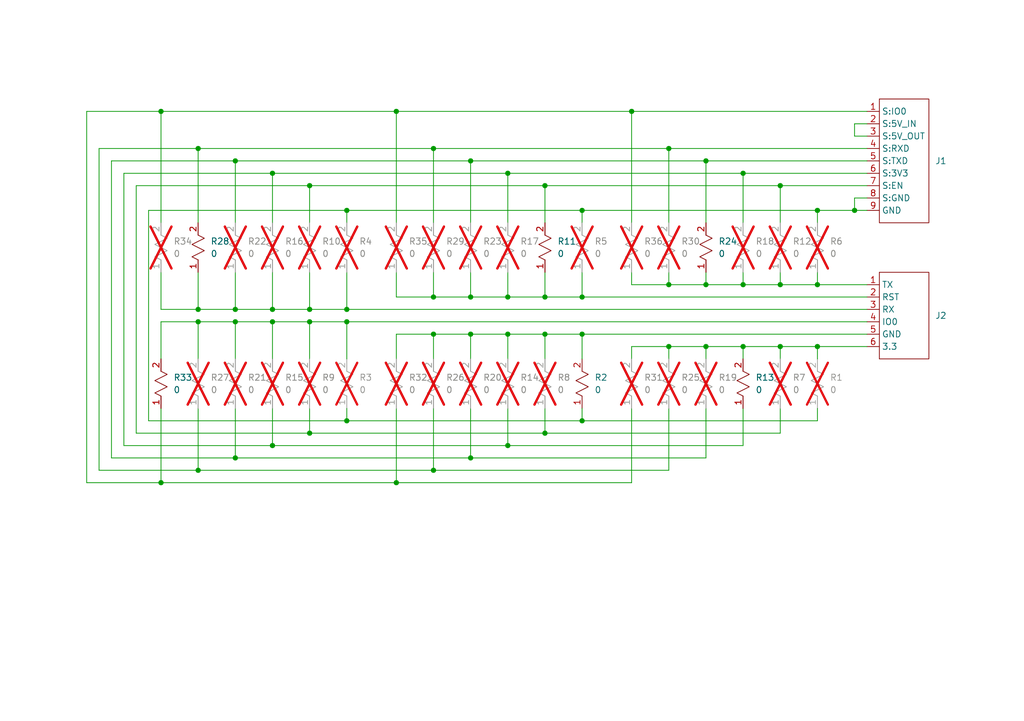
<source format=kicad_sch>
(kicad_sch (version 20230121) (generator eeschema)
  (paper "A5")
  (lib_symbols
    (symbol "zandmd:CF25081D0R0-10-NH"
      (property "Reference" "J" (at 0 0 0))
      (symbol "CF25081D0R0-10-NH_0_1"
        (rectangle (start 2.54 25.4) (end 12.7 0))
      )
      (symbol "CF25081D0R0-10-NH_1_1"
        (pin unspecified line (at 0 22.86 0) (length 2.54) (name "P1") (number "1") (alternate "S:IO0" open_collector line))
        (pin unspecified line (at 0 20.32 0) (length 2.54) (name "P2") (number "2") (alternate "S:5V_IN" power_out line))
        (pin unspecified line (at 0 17.78 0) (length 2.54) (name "P3") (number "3") (alternate "S:5V_OUT" power_in line))
        (pin unspecified line (at 0 15.24 0) (length 2.54) (name "P4") (number "4") (alternate "S:RXD" output line))
        (pin unspecified line (at 0 12.7 0) (length 2.54) (name "P5") (number "5") (alternate "S:TXD" input line))
        (pin unspecified line (at 0 10.16 0) (length 2.54) (name "P6") (number "6") (alternate "S:3V3" power_out line))
        (pin unspecified line (at 0 7.62 0) (length 2.54) (name "P7") (number "7") (alternate "S:EN" open_collector line))
        (pin unspecified line (at 0 5.08 0) (length 2.54) (name "P8") (number "8") (alternate "S:GND" passive line))
        (pin passive line (at 0 2.54 0) (length 2.54) (name "GND") (number "9"))
      )
    )
    (symbol "zandmd:PH2-06-UA"
      (property "Reference" "J" (at 0 0 0))
      (symbol "PH2-06-UA_0_1"
        (rectangle (start 2.54 17.78) (end 12.7 0))
      )
      (symbol "PH2-06-UA_1_1"
        (pin unspecified line (at 0 15.24 0) (length 2.54) (name "P1") (number "1") (alternate "TX" output line))
        (pin unspecified line (at 0 12.7 0) (length 2.54) (name "P2") (number "2") (alternate "RST" input line))
        (pin unspecified line (at 0 10.16 0) (length 2.54) (name "P3") (number "3") (alternate "RX" input line))
        (pin unspecified line (at 0 7.62 0) (length 2.54) (name "P4") (number "4") (alternate "IO0" input line))
        (pin unspecified line (at 0 5.08 0) (length 2.54) (name "P5") (number "5") (alternate "GND" passive line))
        (pin unspecified line (at 0 2.54 0) (length 2.54) (name "P6") (number "6") (alternate "3.3" power_in line))
      )
    )
    (symbol "zandmd:RESISTOR" (pin_names (offset 0))
      (property "Reference" "R" (at 0 0 0))
      (property "Value" "R" (at 0 0 0))
      (symbol "RESISTOR_0_1"
        (polyline (pts (xy 2.54 0) (xy 3.175 1.27) (xy 4.445 -1.27) (xy 5.715 1.27) (xy 6.985 -1.27) (xy 7.62 0)))
      )
      (symbol "RESISTOR_1_1"
        (pin passive line (at 0 0 0) (length 2.54) (name "") (number "1"))
        (pin passive line (at 10.16 0 180) (length 2.54) (name "") (number "2"))
      )
    )
  )
  (junction (at 104.14 60.96))
  (junction (at 81.28 99.06))
  (junction (at 167.64 71.12))
  (junction (at 129.54 22.86))
  (junction (at 104.14 68.58))
  (junction (at 33.02 22.86))
  (junction (at 63.5 63.5))
  (junction (at 48.26 33.02))
  (junction (at 88.9 60.96))
  (junction (at 152.4 35.56))
  (junction (at 167.64 43.18))
  (junction (at 88.9 30.48))
  (junction (at 48.26 63.5))
  (junction (at 40.64 30.48))
  (junction (at 48.26 66.04))
  (junction (at 111.76 60.96))
  (junction (at 104.14 35.56))
  (junction (at 167.64 58.42))
  (junction (at 40.64 96.52))
  (junction (at 160.02 38.1))
  (junction (at 137.16 71.12))
  (junction (at 40.64 63.5))
  (junction (at 160.02 71.12))
  (junction (at 144.78 71.12))
  (junction (at 144.78 33.02))
  (junction (at 96.52 33.02))
  (junction (at 104.14 91.44))
  (junction (at 88.9 68.58))
  (junction (at 63.5 38.1))
  (junction (at 137.16 58.42))
  (junction (at 63.5 88.9))
  (junction (at 119.38 86.36))
  (junction (at 144.78 58.42))
  (junction (at 96.52 68.58))
  (junction (at 55.88 91.44))
  (junction (at 55.88 35.56))
  (junction (at 111.76 68.58))
  (junction (at 81.28 22.86))
  (junction (at 71.12 43.18))
  (junction (at 96.52 93.98))
  (junction (at 111.76 88.9))
  (junction (at 63.5 66.04))
  (junction (at 71.12 86.36))
  (junction (at 119.38 43.18))
  (junction (at 48.26 93.98))
  (junction (at 175.26 43.18))
  (junction (at 55.88 63.5))
  (junction (at 88.9 96.52))
  (junction (at 137.16 30.48))
  (junction (at 111.76 38.1))
  (junction (at 119.38 60.96))
  (junction (at 71.12 63.5))
  (junction (at 55.88 66.04))
  (junction (at 71.12 66.04))
  (junction (at 33.02 99.06))
  (junction (at 152.4 71.12))
  (junction (at 152.4 58.42))
  (junction (at 96.52 60.96))
  (junction (at 160.02 58.42))
  (junction (at 119.38 68.58))
  (junction (at 40.64 66.04))
  (wire (pts (xy 48.26 66.04) (xy 48.26 73.66)))
  (wire (pts (xy 96.52 33.02) (xy 96.52 45.72)))
  (wire (pts (xy 33.02 63.5) (xy 33.02 55.88)))
  (wire (pts (xy 111.76 68.58) (xy 104.14 68.58)))
  (wire (pts (xy 81.28 22.86) (xy 81.28 45.72)))
  (wire (pts (xy 104.14 91.44) (xy 104.14 83.82)))
  (wire (pts (xy 167.64 58.42) (xy 160.02 58.42)))
  (wire (pts (xy 119.38 43.18) (xy 71.12 43.18)))
  (wire (pts (xy 48.26 33.02) (xy 22.86 33.02)))
  (wire (pts (xy 152.4 35.56) (xy 104.14 35.56)))
  (wire (pts (xy 129.54 71.12) (xy 129.54 73.66)))
  (wire (pts (xy 96.52 68.58) (xy 96.52 73.66)))
  (wire (pts (xy 81.28 22.86) (xy 33.02 22.86)))
  (wire (pts (xy 71.12 63.5) (xy 63.5 63.5)))
  (wire (pts (xy 48.26 63.5) (xy 48.26 55.88)))
  (wire (pts (xy 111.76 60.96) (xy 104.14 60.96)))
  (wire (pts (xy 55.88 91.44) (xy 55.88 83.82)))
  (wire (pts (xy 111.76 60.96) (xy 111.76 55.88)))
  (wire (pts (xy 167.64 71.12) (xy 160.02 71.12)))
  (wire (pts (xy 88.9 96.52) (xy 137.16 96.52)))
  (wire (pts (xy 111.76 38.1) (xy 111.76 45.72)))
  (wire (pts (xy 63.5 66.04) (xy 55.88 66.04)))
  (wire (pts (xy 104.14 35.56) (xy 55.88 35.56)))
  (wire (pts (xy 96.52 60.96) (xy 96.52 55.88)))
  (wire (pts (xy 96.52 68.58) (xy 88.9 68.58)))
  (wire (pts (xy 177.8 35.56) (xy 152.4 35.56)))
  (wire (pts (xy 88.9 96.52) (xy 88.9 83.82)))
  (wire (pts (xy 104.14 60.96) (xy 104.14 55.88)))
  (wire (pts (xy 167.64 43.18) (xy 119.38 43.18)))
  (wire (pts (xy 111.76 68.58) (xy 111.76 73.66)))
  (wire (pts (xy 119.38 43.18) (xy 119.38 45.72)))
  (wire (pts (xy 177.8 71.12) (xy 167.64 71.12)))
  (wire (pts (xy 40.64 96.52) (xy 40.64 83.82)))
  (wire (pts (xy 33.02 22.86) (xy 17.78 22.86)))
  (wire (pts (xy 119.38 86.36) (xy 119.38 83.82)))
  (wire (pts (xy 40.64 96.52) (xy 88.9 96.52)))
  (wire (pts (xy 137.16 96.52) (xy 137.16 83.82)))
  (wire (pts (xy 40.64 63.5) (xy 40.64 55.88)))
  (wire (pts (xy 48.26 66.04) (xy 40.64 66.04)))
  (wire (pts (xy 63.5 66.04) (xy 63.5 73.66)))
  (wire (pts (xy 160.02 71.12) (xy 152.4 71.12)))
  (wire (pts (xy 177.8 22.86) (xy 129.54 22.86)))
  (wire (pts (xy 137.16 30.48) (xy 88.9 30.48)))
  (wire (pts (xy 104.14 68.58) (xy 104.14 73.66)))
  (wire (pts (xy 160.02 38.1) (xy 111.76 38.1)))
  (wire (pts (xy 88.9 60.96) (xy 88.9 55.88)))
  (wire (pts (xy 22.86 33.02) (xy 22.86 93.98)))
  (wire (pts (xy 63.5 88.9) (xy 111.76 88.9)))
  (wire (pts (xy 63.5 38.1) (xy 27.94 38.1)))
  (wire (pts (xy 40.64 63.5) (xy 33.02 63.5)))
  (wire (pts (xy 30.48 86.36) (xy 71.12 86.36)))
  (wire (pts (xy 144.78 58.42) (xy 137.16 58.42)))
  (wire (pts (xy 48.26 93.98) (xy 96.52 93.98)))
  (wire (pts (xy 111.76 88.9) (xy 111.76 83.82)))
  (wire (pts (xy 167.64 58.42) (xy 167.64 55.88)))
  (wire (pts (xy 55.88 91.44) (xy 104.14 91.44)))
  (wire (pts (xy 144.78 71.12) (xy 144.78 73.66)))
  (wire (pts (xy 33.02 22.86) (xy 33.02 45.72)))
  (wire (pts (xy 152.4 71.12) (xy 144.78 71.12)))
  (wire (pts (xy 177.8 33.02) (xy 144.78 33.02)))
  (wire (pts (xy 71.12 86.36) (xy 71.12 83.82)))
  (wire (pts (xy 88.9 60.96) (xy 81.28 60.96)))
  (wire (pts (xy 30.48 43.18) (xy 30.48 86.36)))
  (wire (pts (xy 40.64 30.48) (xy 40.64 45.72)))
  (wire (pts (xy 137.16 58.42) (xy 129.54 58.42)))
  (wire (pts (xy 33.02 99.06) (xy 81.28 99.06)))
  (wire (pts (xy 177.8 25.4) (xy 175.26 25.4)))
  (wire (pts (xy 71.12 66.04) (xy 71.12 73.66)))
  (wire (pts (xy 55.88 35.56) (xy 25.4 35.56)))
  (wire (pts (xy 20.32 30.48) (xy 20.32 96.52)))
  (wire (pts (xy 129.54 22.86) (xy 81.28 22.86)))
  (wire (pts (xy 167.64 71.12) (xy 167.64 73.66)))
  (wire (pts (xy 175.26 25.4) (xy 175.26 27.94)))
  (wire (pts (xy 71.12 43.18) (xy 30.48 43.18)))
  (wire (pts (xy 177.8 38.1) (xy 160.02 38.1)))
  (wire (pts (xy 119.38 60.96) (xy 111.76 60.96)))
  (wire (pts (xy 96.52 33.02) (xy 48.26 33.02)))
  (wire (pts (xy 63.5 63.5) (xy 63.5 55.88)))
  (wire (pts (xy 81.28 99.06) (xy 81.28 83.82)))
  (wire (pts (xy 17.78 99.06) (xy 33.02 99.06)))
  (wire (pts (xy 144.78 33.02) (xy 144.78 45.72)))
  (wire (pts (xy 33.02 99.06) (xy 33.02 83.82)))
  (wire (pts (xy 81.28 99.06) (xy 129.54 99.06)))
  (wire (pts (xy 137.16 71.12) (xy 129.54 71.12)))
  (wire (pts (xy 55.88 35.56) (xy 55.88 45.72)))
  (wire (pts (xy 152.4 91.44) (xy 152.4 83.82)))
  (wire (pts (xy 71.12 86.36) (xy 119.38 86.36)))
  (wire (pts (xy 177.8 30.48) (xy 137.16 30.48)))
  (wire (pts (xy 96.52 60.96) (xy 88.9 60.96)))
  (wire (pts (xy 40.64 66.04) (xy 40.64 73.66)))
  (wire (pts (xy 40.64 66.04) (xy 33.02 66.04)))
  (wire (pts (xy 111.76 88.9) (xy 160.02 88.9)))
  (wire (pts (xy 27.94 88.9) (xy 63.5 88.9)))
  (wire (pts (xy 81.28 60.96) (xy 81.28 55.88)))
  (wire (pts (xy 111.76 38.1) (xy 63.5 38.1)))
  (wire (pts (xy 160.02 58.42) (xy 152.4 58.42)))
  (wire (pts (xy 71.12 66.04) (xy 63.5 66.04)))
  (wire (pts (xy 33.02 66.04) (xy 33.02 73.66)))
  (wire (pts (xy 175.26 43.18) (xy 167.64 43.18)))
  (wire (pts (xy 96.52 93.98) (xy 96.52 83.82)))
  (wire (pts (xy 55.88 63.5) (xy 48.26 63.5)))
  (wire (pts (xy 104.14 35.56) (xy 104.14 45.72)))
  (wire (pts (xy 27.94 38.1) (xy 27.94 88.9)))
  (wire (pts (xy 160.02 88.9) (xy 160.02 83.82)))
  (wire (pts (xy 177.8 60.96) (xy 119.38 60.96)))
  (wire (pts (xy 144.78 71.12) (xy 137.16 71.12)))
  (wire (pts (xy 152.4 58.42) (xy 144.78 58.42)))
  (wire (pts (xy 129.54 58.42) (xy 129.54 55.88)))
  (wire (pts (xy 137.16 71.12) (xy 137.16 73.66)))
  (wire (pts (xy 167.64 43.18) (xy 167.64 45.72)))
  (wire (pts (xy 137.16 58.42) (xy 137.16 55.88)))
  (wire (pts (xy 144.78 58.42) (xy 144.78 55.88)))
  (wire (pts (xy 22.86 93.98) (xy 48.26 93.98)))
  (wire (pts (xy 63.5 38.1) (xy 63.5 45.72)))
  (wire (pts (xy 48.26 33.02) (xy 48.26 45.72)))
  (wire (pts (xy 71.12 63.5) (xy 71.12 55.88)))
  (wire (pts (xy 177.8 63.5) (xy 71.12 63.5)))
  (wire (pts (xy 25.4 91.44) (xy 55.88 91.44)))
  (wire (pts (xy 160.02 58.42) (xy 160.02 55.88)))
  (wire (pts (xy 175.26 27.94) (xy 177.8 27.94)))
  (wire (pts (xy 119.38 68.58) (xy 111.76 68.58)))
  (wire (pts (xy 88.9 30.48) (xy 40.64 30.48)))
  (wire (pts (xy 175.26 43.18) (xy 177.8 43.18)))
  (wire (pts (xy 177.8 68.58) (xy 119.38 68.58)))
  (wire (pts (xy 88.9 68.58) (xy 88.9 73.66)))
  (wire (pts (xy 177.8 40.64) (xy 175.26 40.64)))
  (wire (pts (xy 137.16 30.48) (xy 137.16 45.72)))
  (wire (pts (xy 119.38 68.58) (xy 119.38 73.66)))
  (wire (pts (xy 55.88 66.04) (xy 48.26 66.04)))
  (wire (pts (xy 129.54 22.86) (xy 129.54 45.72)))
  (wire (pts (xy 88.9 30.48) (xy 88.9 45.72)))
  (wire (pts (xy 55.88 66.04) (xy 55.88 73.66)))
  (wire (pts (xy 152.4 58.42) (xy 152.4 55.88)))
  (wire (pts (xy 104.14 60.96) (xy 96.52 60.96)))
  (wire (pts (xy 160.02 38.1) (xy 160.02 45.72)))
  (wire (pts (xy 81.28 68.58) (xy 81.28 73.66)))
  (wire (pts (xy 144.78 33.02) (xy 96.52 33.02)))
  (wire (pts (xy 175.26 40.64) (xy 175.26 43.18)))
  (wire (pts (xy 88.9 68.58) (xy 81.28 68.58)))
  (wire (pts (xy 119.38 86.36) (xy 167.64 86.36)))
  (wire (pts (xy 152.4 71.12) (xy 152.4 73.66)))
  (wire (pts (xy 96.52 93.98) (xy 144.78 93.98)))
  (wire (pts (xy 20.32 96.52) (xy 40.64 96.52)))
  (wire (pts (xy 119.38 60.96) (xy 119.38 55.88)))
  (wire (pts (xy 104.14 68.58) (xy 96.52 68.58)))
  (wire (pts (xy 129.54 99.06) (xy 129.54 83.82)))
  (wire (pts (xy 17.78 22.86) (xy 17.78 99.06)))
  (wire (pts (xy 40.64 30.48) (xy 20.32 30.48)))
  (wire (pts (xy 152.4 35.56) (xy 152.4 45.72)))
  (wire (pts (xy 48.26 63.5) (xy 40.64 63.5)))
  (wire (pts (xy 177.8 58.42) (xy 167.64 58.42)))
  (wire (pts (xy 55.88 55.88) (xy 55.88 63.5)))
  (wire (pts (xy 167.64 86.36) (xy 167.64 83.82)))
  (wire (pts (xy 144.78 93.98) (xy 144.78 83.82)))
  (wire (pts (xy 177.8 66.04) (xy 71.12 66.04)))
  (wire (pts (xy 48.26 93.98) (xy 48.26 83.82)))
  (wire (pts (xy 71.12 43.18) (xy 71.12 45.72)))
  (wire (pts (xy 160.02 71.12) (xy 160.02 73.66)))
  (wire (pts (xy 104.14 91.44) (xy 152.4 91.44)))
  (wire (pts (xy 25.4 35.56) (xy 25.4 91.44)))
  (wire (pts (xy 63.5 63.5) (xy 55.88 63.5)))
  (wire (pts (xy 63.5 88.9) (xy 63.5 83.82)))
  (symbol (lib_id "zandmd:RESISTOR") (at 152.4 83.82 90) (unit 1)
    (property "Reference" "R13" (at 154.94 77.47 90) (effects (justify right)))
    (property "Value" "0" (at 154.94 80.01 90) (effects (justify right)))
    (property "Footprint" "zandmd:PASSIVE-NPOL-0805" (effects hide))
    (property "Sim.Device" "R" (effects hide))
    (property "Sim.Pins" "1=+ 2=-" (effects hide))
  )
  (symbol (lib_id "zandmd:RESISTOR") (at 40.64 55.88 90) (unit 1)
    (property "Reference" "R28" (at 43.18 49.53 90) (effects (justify right)))
    (property "Value" "0" (at 43.18 52.07 90) (effects (justify right)))
    (property "Footprint" "zandmd:PASSIVE-NPOL-0805" (effects hide))
    (property "Sim.Device" "R" (effects hide))
    (property "Sim.Pins" "1=+ 2=-" (effects hide))
  )
  (symbol (lib_id "zandmd:RESISTOR") (at 119.38 83.82 90) (unit 1)
    (property "Reference" "R2" (at 121.92 77.47 90) (effects (justify right)))
    (property "Value" "0" (at 121.92 80.01 90) (effects (justify right)))
    (property "Footprint" "zandmd:PASSIVE-NPOL-0805" (effects hide))
    (property "Sim.Device" "R" (effects hide))
    (property "Sim.Pins" "1=+ 2=-" (effects hide))
  )
  (symbol (lib_id "zandmd:RESISTOR") (at 71.12 55.88 90) (unit 1) (dnp yes)
    (property "Reference" "R4" (at 73.66 49.53 90) (effects (justify right)))
    (property "Value" "0" (at 73.66 52.07 90) (effects (justify right)))
    (property "Footprint" "zandmd:PASSIVE-NPOL-0805" (effects hide))
    (property "Sim.Device" "R" (effects hide))
    (property "Sim.Pins" "1=+ 2=-" (effects hide))
  )
  (symbol (lib_id "zandmd:RESISTOR") (at 55.88 83.82 90) (unit 1) (dnp yes)
    (property "Reference" "R15" (at 58.42 77.47 90) (effects (justify right)))
    (property "Value" "0" (at 58.42 80.01 90) (effects (justify right)))
    (property "Footprint" "zandmd:PASSIVE-NPOL-0805" (effects hide))
    (property "Sim.Device" "R" (effects hide))
    (property "Sim.Pins" "1=+ 2=-" (effects hide))
  )
  (symbol (lib_id "zandmd:RESISTOR") (at 40.64 83.82 90) (unit 1) (dnp yes)
    (property "Reference" "R27" (at 43.18 77.47 90) (effects (justify right)))
    (property "Value" "0" (at 43.18 80.01 90) (effects (justify right)))
    (property "Footprint" "zandmd:PASSIVE-NPOL-0805" (effects hide))
    (property "Sim.Device" "R" (effects hide))
    (property "Sim.Pins" "1=+ 2=-" (effects hide))
  )
  (symbol (lib_id "zandmd:CF25081D0R0-10-NH") (at 177.8 45.72 0) (unit 1)
    (property "Reference" "J1" (at 191.77 33.02 0) (effects (justify left)))
    (property "Value" "CF25081D0R0-10-NH" (effects hide))
    (property "Footprint" "zandmd:CF25081D0R0-10-NH" (effects hide))
    (property "Datasheet" "https://media.digikey.com/pdf/Data%20Sheets/Cvilux%20USA%20PDFs/CF2519SF.PDF" (effects hide))
    (property "Sim.Enable" "0" (effects hide))
    (pin "1" (alternate "S:IO0"))
    (pin "2" (alternate "S:5V_IN"))
    (pin "3" (alternate "S:5V_OUT"))
    (pin "4" (alternate "S:RXD"))
    (pin "5" (alternate "S:TXD"))
    (pin "6" (alternate "S:3V3"))
    (pin "7" (alternate "S:EN"))
    (pin "8" (alternate "S:GND"))
  )
  (symbol (lib_id "zandmd:RESISTOR") (at 81.28 83.82 90) (unit 1) (dnp yes)
    (property "Reference" "R32" (at 83.82 77.47 90) (effects (justify right)))
    (property "Value" "0" (at 83.82 80.01 90) (effects (justify right)))
    (property "Footprint" "zandmd:PASSIVE-NPOL-0805" (effects hide))
    (property "Sim.Device" "R" (effects hide))
    (property "Sim.Pins" "1=+ 2=-" (effects hide))
  )
  (symbol (lib_id "zandmd:RESISTOR") (at 152.4 55.88 90) (unit 1) (dnp yes)
    (property "Reference" "R18" (at 154.94 49.53 90) (effects (justify right)))
    (property "Value" "0" (at 154.94 52.07 90) (effects (justify right)))
    (property "Footprint" "zandmd:PASSIVE-NPOL-0805" (effects hide))
    (property "Sim.Device" "R" (effects hide))
    (property "Sim.Pins" "1=+ 2=-" (effects hide))
  )
  (symbol (lib_id "zandmd:RESISTOR") (at 33.02 83.82 90) (unit 1)
    (property "Reference" "R33" (at 35.56 77.47 90) (effects (justify right)))
    (property "Value" "0" (at 35.56 80.01 90) (effects (justify right)))
    (property "Footprint" "zandmd:PASSIVE-NPOL-0805" (effects hide))
    (property "Sim.Device" "R" (effects hide))
    (property "Sim.Pins" "1=+ 2=-" (effects hide))
  )
  (symbol (lib_id "zandmd:RESISTOR") (at 48.26 83.82 90) (unit 1) (dnp yes)
    (property "Reference" "R21" (at 50.8 77.47 90) (effects (justify right)))
    (property "Value" "0" (at 50.8 80.01 90) (effects (justify right)))
    (property "Footprint" "zandmd:PASSIVE-NPOL-0805" (effects hide))
    (property "Sim.Device" "R" (effects hide))
    (property "Sim.Pins" "1=+ 2=-" (effects hide))
  )
  (symbol (lib_id "zandmd:RESISTOR") (at 129.54 83.82 90) (unit 1) (dnp yes)
    (property "Reference" "R31" (at 132.08 77.47 90) (effects (justify right)))
    (property "Value" "0" (at 132.08 80.01 90) (effects (justify right)))
    (property "Footprint" "zandmd:PASSIVE-NPOL-0805" (effects hide))
    (property "Sim.Device" "R" (effects hide))
    (property "Sim.Pins" "1=+ 2=-" (effects hide))
  )
  (symbol (lib_id "zandmd:RESISTOR") (at 81.28 55.88 90) (unit 1) (dnp yes)
    (property "Reference" "R35" (at 83.82 49.53 90) (effects (justify right)))
    (property "Value" "0" (at 83.82 52.07 90) (effects (justify right)))
    (property "Footprint" "zandmd:PASSIVE-NPOL-0805" (effects hide))
    (property "Sim.Device" "R" (effects hide))
    (property "Sim.Pins" "1=+ 2=-" (effects hide))
  )
  (symbol (lib_id "zandmd:PH2-06-UA") (at 177.8 73.66 0) (unit 1)
    (property "Reference" "J2" (at 191.77 64.77 0) (effects (justify left)))
    (property "Value" "PH2-06-UA" (effects hide))
    (property "Footprint" "zandmd:PH2-06-UA" (effects hide))
    (property "Datasheet" "https://app.adam-tech.com/products/download/data_sheet/202065/ph2-xx-ua-data-sheet.pdf" (effects hide))
    (property "Sim.Enable" "0" (effects hide))
    (pin "1" (alternate "TX"))
    (pin "2" (alternate "RST"))
    (pin "3" (alternate "RX"))
    (pin "4" (alternate "IO0"))
    (pin "5" (alternate "GND"))
    (pin "6" (alternate "3.3"))
  )
  (symbol (lib_id "zandmd:RESISTOR") (at 71.12 83.82 90) (unit 1) (dnp yes)
    (property "Reference" "R3" (at 73.66 77.47 90) (effects (justify right)))
    (property "Value" "0" (at 73.66 80.01 90) (effects (justify right)))
    (property "Footprint" "zandmd:PASSIVE-NPOL-0805" (effects hide))
    (property "Sim.Device" "R" (effects hide))
    (property "Sim.Pins" "1=+ 2=-" (effects hide))
  )
  (symbol (lib_id "zandmd:RESISTOR") (at 144.78 83.82 90) (unit 1) (dnp yes)
    (property "Reference" "R19" (at 147.32 77.47 90) (effects (justify right)))
    (property "Value" "0" (at 147.32 80.01 90) (effects (justify right)))
    (property "Footprint" "zandmd:PASSIVE-NPOL-0805" (effects hide))
    (property "Sim.Device" "R" (effects hide))
    (property "Sim.Pins" "1=+ 2=-" (effects hide))
  )
  (symbol (lib_id "zandmd:RESISTOR") (at 88.9 55.88 90) (unit 1) (dnp yes)
    (property "Reference" "R29" (at 91.44 49.53 90) (effects (justify right)))
    (property "Value" "0" (at 91.44 52.07 90) (effects (justify right)))
    (property "Footprint" "zandmd:PASSIVE-NPOL-0805" (effects hide))
    (property "Sim.Device" "R" (effects hide))
    (property "Sim.Pins" "1=+ 2=-" (effects hide))
  )
  (symbol (lib_id "zandmd:RESISTOR") (at 96.52 55.88 90) (unit 1) (dnp yes)
    (property "Reference" "R23" (at 99.06 49.53 90) (effects (justify right)))
    (property "Value" "0" (at 99.06 52.07 90) (effects (justify right)))
    (property "Footprint" "zandmd:PASSIVE-NPOL-0805" (effects hide))
    (property "Sim.Device" "R" (effects hide))
    (property "Sim.Pins" "1=+ 2=-" (effects hide))
  )
  (symbol (lib_id "zandmd:RESISTOR") (at 167.64 55.88 90) (unit 1) (dnp yes)
    (property "Reference" "R6" (at 170.18 49.53 90) (effects (justify right)))
    (property "Value" "0" (at 170.18 52.07 90) (effects (justify right)))
    (property "Footprint" "zandmd:PASSIVE-NPOL-0805" (effects hide))
    (property "Sim.Device" "R" (effects hide))
    (property "Sim.Pins" "1=+ 2=-" (effects hide))
  )
  (symbol (lib_id "zandmd:RESISTOR") (at 63.5 83.82 90) (unit 1) (dnp yes)
    (property "Reference" "R9" (at 66.04 77.47 90) (effects (justify right)))
    (property "Value" "0" (at 66.04 80.01 90) (effects (justify right)))
    (property "Footprint" "zandmd:PASSIVE-NPOL-0805" (effects hide))
    (property "Sim.Device" "R" (effects hide))
    (property "Sim.Pins" "1=+ 2=-" (effects hide))
  )
  (symbol (lib_id "zandmd:RESISTOR") (at 55.88 55.88 90) (unit 1) (dnp yes)
    (property "Reference" "R16" (at 58.42 49.53 90) (effects (justify right)))
    (property "Value" "0" (at 58.42 52.07 90) (effects (justify right)))
    (property "Footprint" "zandmd:PASSIVE-NPOL-0805" (effects hide))
    (property "Sim.Device" "R" (effects hide))
    (property "Sim.Pins" "1=+ 2=-" (effects hide))
  )
  (symbol (lib_id "zandmd:RESISTOR") (at 111.76 55.88 90) (unit 1)
    (property "Reference" "R11" (at 114.3 49.53 90) (effects (justify right)))
    (property "Value" "0" (at 114.3 52.07 90) (effects (justify right)))
    (property "Footprint" "zandmd:PASSIVE-NPOL-0805" (effects hide))
    (property "Sim.Device" "R" (effects hide))
    (property "Sim.Pins" "1=+ 2=-" (effects hide))
  )
  (symbol (lib_id "zandmd:RESISTOR") (at 137.16 55.88 90) (unit 1) (dnp yes)
    (property "Reference" "R30" (at 139.7 49.53 90) (effects (justify right)))
    (property "Value" "0" (at 139.7 52.07 90) (effects (justify right)))
    (property "Footprint" "zandmd:PASSIVE-NPOL-0805" (effects hide))
    (property "Sim.Device" "R" (effects hide))
    (property "Sim.Pins" "1=+ 2=-" (effects hide))
  )
  (symbol (lib_id "zandmd:RESISTOR") (at 96.52 83.82 90) (unit 1) (dnp yes)
    (property "Reference" "R20" (at 99.06 77.47 90) (effects (justify right)))
    (property "Value" "0" (at 99.06 80.01 90) (effects (justify right)))
    (property "Footprint" "zandmd:PASSIVE-NPOL-0805" (effects hide))
    (property "Sim.Device" "R" (effects hide))
    (property "Sim.Pins" "1=+ 2=-" (effects hide))
  )
  (symbol (lib_id "zandmd:RESISTOR") (at 111.76 83.82 90) (unit 1) (dnp yes)
    (property "Reference" "R8" (at 114.3 77.47 90) (effects (justify right)))
    (property "Value" "0" (at 114.3 80.01 90) (effects (justify right)))
    (property "Footprint" "zandmd:PASSIVE-NPOL-0805" (effects hide))
    (property "Sim.Device" "R" (effects hide))
    (property "Sim.Pins" "1=+ 2=-" (effects hide))
  )
  (symbol (lib_id "zandmd:RESISTOR") (at 137.16 83.82 90) (unit 1) (dnp yes)
    (property "Reference" "R25" (at 139.7 77.47 90) (effects (justify right)))
    (property "Value" "0" (at 139.7 80.01 90) (effects (justify right)))
    (property "Footprint" "zandmd:PASSIVE-NPOL-0805" (effects hide))
    (property "Sim.Device" "R" (effects hide))
    (property "Sim.Pins" "1=+ 2=-" (effects hide))
  )
  (symbol (lib_id "zandmd:RESISTOR") (at 88.9 83.82 90) (unit 1) (dnp yes)
    (property "Reference" "R26" (at 91.44 77.47 90) (effects (justify right)))
    (property "Value" "0" (at 91.44 80.01 90) (effects (justify right)))
    (property "Footprint" "zandmd:PASSIVE-NPOL-0805" (effects hide))
    (property "Sim.Device" "R" (effects hide))
    (property "Sim.Pins" "1=+ 2=-" (effects hide))
  )
  (symbol (lib_id "zandmd:RESISTOR") (at 160.02 83.82 90) (unit 1) (dnp yes)
    (property "Reference" "R7" (at 162.56 77.47 90) (effects (justify right)))
    (property "Value" "0" (at 162.56 80.01 90) (effects (justify right)))
    (property "Footprint" "zandmd:PASSIVE-NPOL-0805" (effects hide))
    (property "Sim.Device" "R" (effects hide))
    (property "Sim.Pins" "1=+ 2=-" (effects hide))
  )
  (symbol (lib_id "zandmd:RESISTOR") (at 104.14 83.82 90) (unit 1) (dnp yes)
    (property "Reference" "R14" (at 106.68 77.47 90) (effects (justify right)))
    (property "Value" "0" (at 106.68 80.01 90) (effects (justify right)))
    (property "Footprint" "zandmd:PASSIVE-NPOL-0805" (effects hide))
    (property "Sim.Device" "R" (effects hide))
    (property "Sim.Pins" "1=+ 2=-" (effects hide))
  )
  (symbol (lib_id "zandmd:RESISTOR") (at 119.38 55.88 90) (unit 1) (dnp yes)
    (property "Reference" "R5" (at 121.92 49.53 90) (effects (justify right)))
    (property "Value" "0" (at 121.92 52.07 90) (effects (justify right)))
    (property "Footprint" "zandmd:PASSIVE-NPOL-0805" (effects hide))
    (property "Sim.Device" "R" (effects hide))
    (property "Sim.Pins" "1=+ 2=-" (effects hide))
  )
  (symbol (lib_id "zandmd:RESISTOR") (at 129.54 55.88 90) (unit 1) (dnp yes)
    (property "Reference" "R36" (at 132.08 49.53 90) (effects (justify right)))
    (property "Value" "0" (at 132.08 52.07 90) (effects (justify right)))
    (property "Footprint" "zandmd:PASSIVE-NPOL-0805" (effects hide))
    (property "Sim.Device" "R" (effects hide))
    (property "Sim.Pins" "1=+ 2=-" (effects hide))
  )
  (symbol (lib_id "zandmd:RESISTOR") (at 160.02 55.88 90) (unit 1) (dnp yes)
    (property "Reference" "R12" (at 162.56 49.53 90) (effects (justify right)))
    (property "Value" "0" (at 162.56 52.07 90) (effects (justify right)))
    (property "Footprint" "zandmd:PASSIVE-NPOL-0805" (effects hide))
    (property "Sim.Device" "R" (effects hide))
    (property "Sim.Pins" "1=+ 2=-" (effects hide))
  )
  (symbol (lib_id "zandmd:RESISTOR") (at 33.02 55.88 90) (unit 1) (dnp yes)
    (property "Reference" "R34" (at 35.56 49.53 90) (effects (justify right)))
    (property "Value" "0" (at 35.56 52.07 90) (effects (justify right)))
    (property "Footprint" "zandmd:PASSIVE-NPOL-0805" (effects hide))
    (property "Sim.Device" "R" (effects hide))
    (property "Sim.Pins" "1=+ 2=-" (effects hide))
  )
  (symbol (lib_id "zandmd:RESISTOR") (at 144.78 55.88 90) (unit 1)
    (property "Reference" "R24" (at 147.32 49.53 90) (effects (justify right)))
    (property "Value" "0" (at 147.32 52.07 90) (effects (justify right)))
    (property "Footprint" "zandmd:PASSIVE-NPOL-0805" (effects hide))
    (property "Sim.Device" "R" (effects hide))
    (property "Sim.Pins" "1=+ 2=-" (effects hide))
  )
  (symbol (lib_id "zandmd:RESISTOR") (at 104.14 55.88 90) (unit 1) (dnp yes)
    (property "Reference" "R17" (at 106.68 49.53 90) (effects (justify right)))
    (property "Value" "0" (at 106.68 52.07 90) (effects (justify right)))
    (property "Footprint" "zandmd:PASSIVE-NPOL-0805" (effects hide))
    (property "Sim.Device" "R" (effects hide))
    (property "Sim.Pins" "1=+ 2=-" (effects hide))
  )
  (symbol (lib_id "zandmd:RESISTOR") (at 167.64 83.82 90) (unit 1) (dnp yes)
    (property "Reference" "R1" (at 170.18 77.47 90) (effects (justify right)))
    (property "Value" "0" (at 170.18 80.01 90) (effects (justify right)))
    (property "Footprint" "zandmd:PASSIVE-NPOL-0805" (effects hide))
    (property "Sim.Device" "R" (effects hide))
    (property "Sim.Pins" "1=+ 2=-" (effects hide))
  )
  (symbol (lib_id "zandmd:RESISTOR") (at 48.26 55.88 90) (unit 1) (dnp yes)
    (property "Reference" "R22" (at 50.8 49.53 90) (effects (justify right)))
    (property "Value" "0" (at 50.8 52.07 90) (effects (justify right)))
    (property "Footprint" "zandmd:PASSIVE-NPOL-0805" (effects hide))
    (property "Sim.Device" "R" (effects hide))
    (property "Sim.Pins" "1=+ 2=-" (effects hide))
  )
  (symbol (lib_id "zandmd:RESISTOR") (at 63.5 55.88 90) (unit 1) (dnp yes)
    (property "Reference" "R10" (at 66.04 49.53 90) (effects (justify right)))
    (property "Value" "0" (at 66.04 52.07 90) (effects (justify right)))
    (property "Footprint" "zandmd:PASSIVE-NPOL-0805" (effects hide))
    (property "Sim.Device" "R" (effects hide))
    (property "Sim.Pins" "1=+ 2=-" (effects hide))
  )
)
</source>
